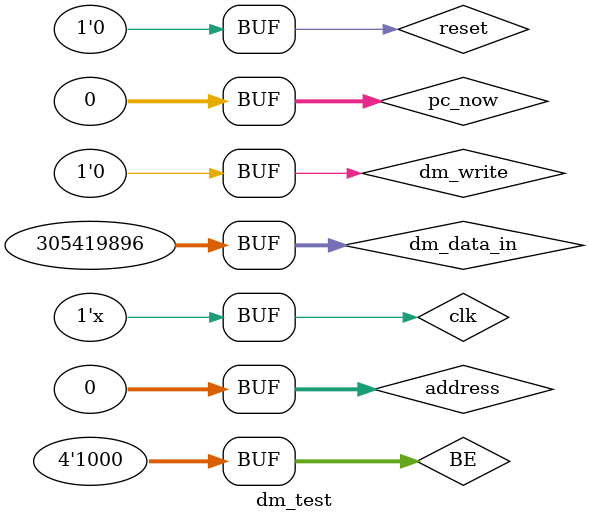
<source format=v>
`timescale 1ns / 1ps


module dm_test;

	// Inputs
	reg clk;
	reg reset;
	reg [31:0] address;
	reg [31:0] dm_data_in;
	reg [31:0] pc_now;
	reg dm_write;
	reg [3:0] BE;

	// Outputs
	wire [31:0] dm_data_out;

	// Instantiate the Unit Under Test (UUT)
	mod_dm uut (
		.clk(clk), 
		.reset(reset), 
		.address(address), 
		.dm_data_in(dm_data_in), 
		.pc_now(pc_now), 
		.dm_write(dm_write), 
		.BE(BE), 
		.dm_data_out(dm_data_out)
	);

	initial begin
		// Initialize Inputs
		clk = 0;
		reset = 0;
		address = 0;
		dm_data_in = 0;
		pc_now = 0;
		dm_write = 0;
		BE = 0;

		// Wait 100 ns for global reset to finish
		#100;
		
		dm_write = 1;
		dm_data_in = 32'h12345678;
		BE = 4'b0011;
		#50;
		BE = 4'b1000;
		#100;
		dm_write = 0;
        
		// Add stimulus here

	end
	
	always #10 begin
		clk = ~clk;
	end
      
endmodule


</source>
